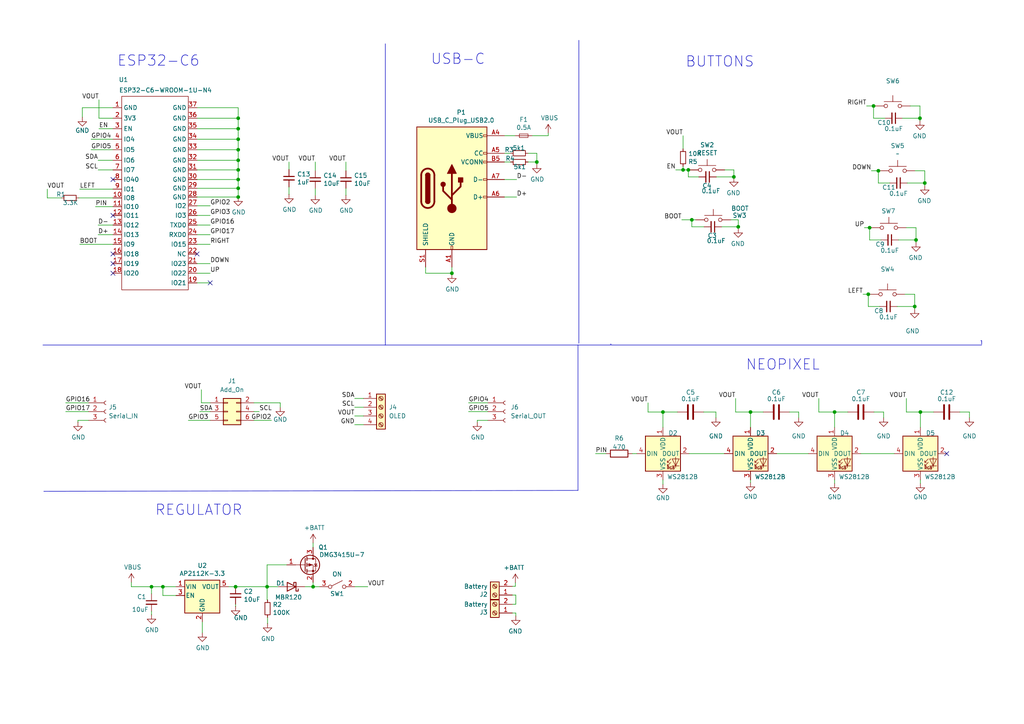
<source format=kicad_sch>
(kicad_sch (version 20231120) (generator "eeschema") (generator_version "8.0")
  (paper "A4")
  (lib_symbols
    (symbol "Connector:Conn_01x03_Socket" (pin_names (offset 1.016) hide)
      (property "Reference" "J" (at 0 5.08 0))
      (property "Value" "Conn_01x03_Socket" (at 0 -5.08 0))
      (symbol "Conn_01x03_Socket_1_1"
        (pin passive line (at -5.08 2.54 0) (length 3.81) (name "Pin_1") (number "1"))
        (pin passive line (at -5.08 0 0) (length 3.81) (name "Pin_2") (number "2"))
        (pin passive line (at -5.08 -2.54 0) (length 3.81) (name "Pin_3") (number "3"))
      )
    )
    (symbol "Connector:Screw_Terminal_01x02" (pin_names (offset 1.016) hide)
      (property "Reference" "J" (at 0 2.54 0))
      (property "Value" "Screw_Terminal_01x02" (at 0 -5.08 0))
      (symbol "Screw_Terminal_01x02_1_1"
        (pin passive line (at -5.08 0 0) (length 3.81) (name "Pin_1") (number "1"))
        (pin passive line (at -5.08 -2.54 0) (length 3.81) (name "Pin_2") (number "2"))
      )
    )
    (symbol "Connector:Screw_Terminal_01x04" (pin_names (offset 1.016) hide)
      (property "Reference" "J" (at 0 5.08 0))
      (property "Value" "Screw_Terminal_01x04" (at 0 -7.62 0))
      (symbol "Screw_Terminal_01x04_1_1"
        (pin passive line (at -5.08 2.54 0) (length 3.81) (name "Pin_1") (number "1"))
        (pin passive line (at -5.08 0 0) (length 3.81) (name "Pin_2") (number "2"))
        (pin passive line (at -5.08 -2.54 0) (length 3.81) (name "Pin_3") (number "3"))
        (pin passive line (at -5.08 -5.08 0) (length 3.81) (name "Pin_4") (number "4"))
      )
    )
    (symbol "Connector_Generic:Conn_02x03_Odd_Even" (pin_names (offset 1.016) hide)
      (property "Reference" "J" (at 1.27 5.08 0))
      (property "Value" "Conn_02x03_Odd_Even" (at 1.27 -5.08 0))
      (symbol "Conn_02x03_Odd_Even_1_1"
        (pin passive line (at -5.08 2.54 0) (length 3.81) (name "Pin_1") (number "1"))
        (pin passive line (at 7.62 2.54 180) (length 3.81) (name "Pin_2") (number "2"))
        (pin passive line (at -5.08 0 0) (length 3.81) (name "Pin_3") (number "3"))
        (pin passive line (at 7.62 0 180) (length 3.81) (name "Pin_4") (number "4"))
        (pin passive line (at -5.08 -2.54 0) (length 3.81) (name "Pin_5") (number "5"))
        (pin passive line (at 7.62 -2.54 180) (length 3.81) (name "Pin_6") (number "6"))
      )
    )
    (symbol "Device:C" (pin_numbers hide) (pin_names (offset 0.254))
      (property "Reference" "C" (at 0.635 2.54 0))
      (property "Value" "C" (at 0.635 -2.54 0))
      (symbol "C_1_1"
        (pin passive line (at 0 3.81 270) (length 2.794) (name "~") (number "1"))
        (pin passive line (at 0 -3.81 90) (length 2.794) (name "~") (number "2"))
      )
    )
    (symbol "Device:C_Small" (pin_numbers hide) (pin_names (offset 0.254) hide)
      (property "Reference" "C" (at 0.254 1.778 0))
      (property "Value" "C_Small" (at 0.254 -2.032 0))
      (symbol "C_Small_1_1"
        (pin passive line (at 0 2.54 270) (length 2.032) (name "~") (number "1"))
        (pin passive line (at 0 -2.54 90) (length 2.032) (name "~") (number "2"))
      )
    )
    (symbol "Device:Fuse_Small" (pin_numbers hide) (pin_names (offset 0.254) hide)
      (property "Reference" "F" (at 0 -1.524 0))
      (property "Value" "Fuse_Small" (at 0 1.524 0))
      (symbol "Fuse_Small_1_1"
        (pin passive line (at -2.54 0 0) (length 1.27) (name "~") (number "1"))
        (pin passive line (at 2.54 0 180) (length 1.27) (name "~") (number "2"))
      )
    )
    (symbol "Device:Q_PMOS_GSD" (pin_names (offset 0) hide)
      (property "Reference" "Q" (at 5.08 1.27 0))
      (property "Value" "Q_PMOS_GSD" (at 5.08 -1.27 0))
      (symbol "Q_PMOS_GSD_1_1"
        (pin input line (at -5.08 0 0) (length 2.54) (name "G") (number "1"))
        (pin passive line (at 2.54 -5.08 90) (length 2.54) (name "S") (number "2"))
        (pin passive line (at 2.54 5.08 270) (length 2.54) (name "D") (number "3"))
      )
    )
    (symbol "Device:R" (pin_numbers hide) (pin_names (offset 0))
      (property "Reference" "R" (at 2.032 0 90))
      (property "Value" "R" (at 0 0 90))
      (symbol "R_1_1"
        (pin passive line (at 0 3.81 270) (length 1.27) (name "~") (number "1"))
        (pin passive line (at 0 -3.81 90) (length 1.27) (name "~") (number "2"))
      )
    )
    (symbol "Device:R_Small" (pin_numbers hide) (pin_names (offset 0.254) hide)
      (property "Reference" "R" (at 0.762 0.508 0))
      (property "Value" "R_Small" (at 0.762 -1.016 0))
      (symbol "R_Small_1_1"
        (pin passive line (at 0 2.54 270) (length 0.762) (name "~") (number "1"))
        (pin passive line (at 0 -2.54 90) (length 0.762) (name "~") (number "2"))
      )
    )
    (symbol "Diode:MBR340" (pin_numbers hide) (pin_names (offset 1.016) hide)
      (property "Reference" "D" (at 0 2.54 0))
      (property "Value" "MBR340" (at 0 -2.54 0))
      (symbol "MBR340_1_1"
        (pin passive line (at -3.81 0 0) (length 2.54) (name "K") (number "1"))
        (pin passive line (at 3.81 0 180) (length 2.54) (name "A") (number "2"))
      )
    )
    (symbol "GND_11" (power) (pin_names (offset 0))
      (property "Value" "GND_11" (at 0 -3.81 0))
      (symbol "GND_11_1_1"
        (pin power_in line (at 0 0 270) (length 0) hide (name "GND") (number "1"))
      )
    )
    (symbol "GND_12" (power) (pin_names (offset 0))
      (property "Value" "GND_12" (at 0 -3.81 0))
      (symbol "GND_12_1_1"
        (pin power_in line (at 0 0 270) (length 0) hide (name "GND") (number "1"))
      )
    )
    (symbol "GND_13" (power) (pin_names (offset 0))
      (property "Value" "GND_13" (at 0 -3.81 0))
      (symbol "GND_13_1_1"
        (pin power_in line (at 0 0 270) (length 0) hide (name "GND") (number "1"))
      )
    )
    (symbol "GND_14" (power) (pin_names (offset 0))
      (property "Value" "GND_14" (at 0 -3.81 0))
      (symbol "GND_14_1_1"
        (pin power_in line (at 0 0 270) (length 0) hide (name "GND") (number "1"))
      )
    )
    (symbol "GND_15" (power) (pin_names (offset 0))
      (property "Value" "GND_15" (at 0 -3.81 0))
      (symbol "GND_15_1_1"
        (pin power_in line (at 0 0 270) (length 0) hide (name "GND") (number "1"))
      )
    )
    (symbol "GND_16" (power) (pin_names (offset 0))
      (property "Value" "GND_16" (at 0 -3.81 0))
      (symbol "GND_16_1_1"
        (pin power_in line (at 0 0 270) (length 0) hide (name "GND") (number "1"))
      )
    )
    (symbol "HunterCat-NFC-rescue:AP2112K-3.3-Regulator_Linear" (pin_names (offset 0.254))
      (property "Reference" "U" (at -5.08 5.715 0))
      (property "Value" "AP2112K-3.3-Regulator_Linear" (at 0 5.715 0))
      (symbol "AP2112K-3.3-Regulator_Linear_1_1"
        (pin power_in line (at -7.62 2.54 0) (length 2.54) (name "VIN") (number "1"))
        (pin power_in line (at 0 -7.62 90) (length 2.54) (name "GND") (number "2"))
        (pin input line (at -7.62 0 0) (length 2.54) (name "EN") (number "3"))
        (pin no_connect line (at 7.62 0 180) (length 2.54) hide (name "NC") (number "4"))
        (pin power_out line (at 7.62 2.54 180) (length 2.54) (name "VOUT") (number "5"))
      )
    )
    (symbol "HunterCat-NFC-rescue:USB_C_Plug_USB2.0-Connector" (pin_names (offset 1.016))
      (property "Reference" "P" (at -10.16 19.05 0))
      (property "Value" "USB_C_Plug_USB2.0-Connector" (at 12.7 19.05 0))
      (symbol "USB_C_Plug_USB2.0-Connector_1_1"
        (pin power_in line (at 0 -22.86 90) (length 5.08) (name "GND") (number "A1"))
        (pin passive line (at 0 -22.86 90) (length 5.08) hide (name "GND") (number "A12"))
        (pin power_in line (at 15.24 15.24 180) (length 5.08) (name "VBUS") (number "A4"))
        (pin bidirectional line (at 15.24 10.16 180) (length 5.08) (name "CC") (number "A5"))
        (pin bidirectional line (at 15.24 -2.54 180) (length 5.08) (name "D+") (number "A6"))
        (pin bidirectional line (at 15.24 2.54 180) (length 5.08) (name "D-") (number "A7"))
        (pin passive line (at 15.24 15.24 180) (length 5.08) hide (name "VBUS") (number "A9"))
        (pin passive line (at 0 -22.86 90) (length 5.08) hide (name "GND") (number "B1"))
        (pin passive line (at 0 -22.86 90) (length 5.08) hide (name "GND") (number "B12"))
        (pin passive line (at 15.24 15.24 180) (length 5.08) hide (name "VBUS") (number "B4"))
        (pin bidirectional line (at 15.24 7.62 180) (length 5.08) (name "VCONN") (number "B5"))
        (pin passive line (at 15.24 15.24 180) (length 5.08) hide (name "VBUS") (number "B9"))
        (pin passive line (at -7.62 -22.86 90) (length 5.08) (name "SHIELD") (number "S1"))
      )
    )
    (symbol "LED:WS2812B" (pin_names (offset 0.254))
      (property "Reference" "D" (at 5.08 5.715 0))
      (property "Value" "WS2812B" (at 1.27 -5.715 0))
      (symbol "WS2812B_0_0"
        (text "RGB" (at 2.286 -4.191 0) (effects (font (size 0.762 0.762))))
      )
      (symbol "WS2812B_1_1"
        (pin power_in line (at 0 7.62 270) (length 2.54) (name "VDD") (number "1"))
        (pin output line (at 7.62 0 180) (length 2.54) (name "DOUT") (number "2"))
        (pin power_in line (at 0 -7.62 90) (length 2.54) (name "VSS") (number "3"))
        (pin input line (at -7.62 0 0) (length 2.54) (name "DIN") (number "4"))
      )
    )
    (symbol "Minino:ESP32-C6-WROOM-1U-N8"
      (property "Reference" "U4" (at -7.874 29.464 0))
      (property "Value" "~" (at 14.224 14.478 0))
      (symbol "ESP32-C6-WROOM-1U-N8_0_0"
        (text "" (at -20.32 -5.08 0) (effects (font (size 1.27 1.27))))
      )
      (symbol "ESP32-C6-WROOM-1U-N8_1_1"
        (pin power_in line (at -12.192 23.622 0) (length 2.54) (name "GND") (number "1"))
        (pin bidirectional line (at -12.192 -2.54 0) (length 2.54) (name "IO8") (number "10"))
        (pin bidirectional line (at -12.192 -5.08 0) (length 2.54) (name "IO10") (number "11"))
        (pin bidirectional line (at -12.192 -7.62 0) (length 2.54) (name "IO11") (number "12"))
        (pin bidirectional line (at -12.192 -10.414 0) (length 2.54) (name "IO12") (number "13"))
        (pin bidirectional line (at -12.192 -13.208 0) (length 2.54) (name "IO13") (number "14"))
        (pin bidirectional line (at -12.192 -16.002 0) (length 2.54) (name "IO9") (number "15"))
        (pin bidirectional line (at -12.192 -18.796 0) (length 2.54) (name "IO18") (number "16"))
        (pin bidirectional line (at -12.192 -21.59 0) (length 2.54) (name "IO19") (number "17"))
        (pin bidirectional line (at -12.192 -24.384 0) (length 2.54) (name "IO20") (number "18"))
        (pin bidirectional line (at 12.192 -27.178 180) (length 2.54) (name "IO21") (number "19"))
        (pin power_in line (at -12.192 20.574 0) (length 2.54) (name "3V3") (number "2"))
        (pin bidirectional line (at 12.192 -24.384 180) (length 2.54) (name "IO22") (number "20"))
        (pin bidirectional line (at 12.192 -21.59 180) (length 2.54) (name "IO23") (number "21"))
        (pin bidirectional line (at 12.192 -18.796 180) (length 2.54) (name "NC") (number "22"))
        (pin power_in line (at 12.192 -16.002 180) (length 2.54) (name "IO15") (number "23"))
        (pin bidirectional line (at 12.192 -13.208 180) (length 2.54) (name "RXD0") (number "24"))
        (pin bidirectional line (at 12.192 -10.414 180) (length 2.54) (name "TXD0") (number "25"))
        (pin bidirectional line (at 12.192 -7.62 180) (length 2.54) (name "IO3") (number "26"))
        (pin bidirectional line (at 12.192 -4.826 180) (length 2.54) (name "IO2") (number "27"))
        (pin power_in line (at 12.192 -2.286 180) (length 2.54) (name "GND") (number "28"))
        (pin power_in line (at 12.192 0.254 180) (length 2.54) (name "GND") (number "29"))
        (pin power_in line (at -12.192 17.526 0) (length 2.54) (name "EN") (number "3"))
        (pin power_in line (at 12.192 2.794 180) (length 2.54) (name "GND") (number "30"))
        (pin power_in line (at 12.192 5.588 180) (length 2.54) (name "GND") (number "31"))
        (pin power_in line (at 12.192 8.382 180) (length 2.54) (name "GND") (number "32"))
        (pin power_in line (at 12.192 11.43 180) (length 2.54) (name "GND") (number "33"))
        (pin power_in line (at 12.192 14.478 180) (length 2.54) (name "GND") (number "34"))
        (pin power_in line (at 12.192 17.526 180) (length 2.54) (name "GND") (number "35"))
        (pin power_in line (at 12.192 20.574 180) (length 2.54) (name "GND") (number "36"))
        (pin power_in line (at 12.192 23.622 180) (length 2.54) (name "GND") (number "37"))
        (pin bidirectional line (at -12.192 14.478 0) (length 2.54) (name "IO4") (number "4"))
        (pin bidirectional line (at -12.192 11.43 0) (length 2.54) (name "IO5") (number "5"))
        (pin bidirectional line (at -12.192 8.382 0) (length 2.54) (name "IO6") (number "6"))
        (pin bidirectional line (at -12.192 5.588 0) (length 2.54) (name "IO7") (number "7"))
        (pin bidirectional line (at -12.192 2.794 0) (length 2.54) (name "IO40") (number "8"))
        (pin bidirectional line (at -12.192 0 0) (length 2.54) (name "IO1") (number "9"))
      )
    )
    (symbol "Switch:SW_Push" (pin_numbers hide) (pin_names (offset 1.016) hide)
      (property "Reference" "SW" (at 1.27 2.54 0))
      (property "Value" "SW_Push" (at 0 -1.524 0))
      (symbol "SW_Push_0_1"
        (pin passive line (at -5.08 0 0) (length 2.54) (name "1") (number "1"))
        (pin passive line (at 5.08 0 180) (length 2.54) (name "2") (number "2"))
      )
    )
    (symbol "Switch:SW_SPST" (pin_names (offset 0) hide)
      (property "Reference" "SW1" (at 0 -2.032 0))
      (property "Value" "ON" (at 0 3.6576 0))
      (symbol "SW_SPST_1_1"
        (pin passive line (at 5.08 0 180) (length 2.54) (name "B") (number "2"))
        (pin passive line (at -5.08 0 0) (length 2.54) (name "A") (number "3"))
      )
    )
    (symbol "power:+BATT" (power) (pin_names (offset 0))
      (property "Value" "+BATT" (at 0 3.556 0))
      (symbol "+BATT_1_1"
        (pin power_in line (at 0 0 90) (length 0) hide (name "+BATT") (number "1"))
      )
    )
    (symbol "power:GND" (power) (pin_numbers hide) (pin_names (offset 0) hide)
      (property "Value" "GND" (at 0 -3.81 0))
      (symbol "GND_1_1"
        (pin power_in line (at 0 0 270) (length 0) (name "~") (number "1"))
      )
    )
    (symbol "power:VBUS" (power) (pin_names (offset 0))
      (property "Value" "VBUS" (at 0 3.81 0))
      (symbol "VBUS_1_1"
        (pin power_in line (at 0 0 90) (length 0) hide (name "VBUS") (number "1"))
      )
    )
  )
  (junction (at 69.088 52.07))
  (junction (at 69.088 37.338))
  (junction (at 214.122 65.786))
  (junction (at 131.064 79.248))
  (junction (at 69.088 46.482))
  (junction (at 254.762 49.53))
  (junction (at 251.841 85.344))
  (junction (at 252.222 66.04))
  (junction (at 68.326 170.18))
  (junction (at 199.644 49.276))
  (junction (at 69.088 34.29))
  (junction (at 242.062 119.507))
  (junction (at 47.244 170.18))
  (junction (at 266.954 119.507))
  (junction (at 265.684 69.596))
  (junction (at 198.12 49.276))
  (junction (at 266.827 34.29))
  (junction (at 69.088 40.386))
  (junction (at 200.66 63.754))
  (junction (at 90.805 170.18))
  (junction (at 268.224 53.086))
  (junction (at 192.278 119.507))
  (junction (at 155.702 46.99))
  (junction (at 217.678 119.507))
  (junction (at 265.303 88.9))
  (junction (at 43.942 170.18))
  (junction (at 69.088 43.434))
  (junction (at 69.088 54.61))
  (junction (at 253.365 30.734))
  (junction (at 69.088 49.276))
  (junction (at 77.47 170.18))
  (junction (at 69.088 57.15))
  (junction (at 212.852 51.308))
  (no_connect (at 32.766 73.66))
  (no_connect (at 32.766 76.454))
  (no_connect (at 32.766 62.484))
  (no_connect (at 57.15 73.66))
  (no_connect (at 32.766 79.248))
  (no_connect (at 274.574 131.572))
  (no_connect (at 32.766 52.07))
  (no_connect (at 60.96 82.042))
  (wire (pts (xy 252.222 66.04) (xy 250.698 66.04)))
  (wire (pts (xy 212.852 49.276) (xy 212.852 51.308)))
  (wire (pts (xy 149.606 172.593) (xy 149.606 175.26)))
  (wire (pts (xy 281.178 119.507) (xy 278.384 119.507)))
  (polyline (pts (xy 12.7 142.494) (xy 167.64 142.24)))
  (wire (pts (xy 27.686 59.944) (xy 32.766 59.944)))
  (wire (pts (xy 266.954 139.192) (xy 266.954 140.208)))
  (wire (pts (xy 138.43 121.92) (xy 141.478 121.92)))
  (wire (pts (xy 22.606 122.428) (xy 22.606 121.92)))
  (wire (pts (xy 153.162 44.45) (xy 155.702 44.45)))
  (wire (pts (xy 81.28 116.84) (xy 73.66 116.84)))
  (wire (pts (xy 105.41 115.57) (xy 102.87 115.57)))
  (polyline (pts (xy 111.76 12.7) (xy 111.76 100.076)))
  (wire (pts (xy 266.827 30.734) (xy 266.827 34.29)))
  (wire (pts (xy 57.15 46.482) (xy 69.088 46.482)))
  (wire (pts (xy 19.05 119.38) (xy 25.654 119.38)))
  (wire (pts (xy 268.224 53.086) (xy 268.224 53.848)))
  (polyline (pts (xy 167.894 11.684) (xy 167.894 99.568)))
  (wire (pts (xy 154.432 39.37) (xy 159.004 39.37)))
  (wire (pts (xy 57.15 43.434) (xy 69.088 43.434)))
  (wire (pts (xy 256.286 119.507) (xy 253.492 119.507)))
  (wire (pts (xy 217.678 119.507) (xy 217.678 123.952)))
  (wire (pts (xy 58.42 116.84) (xy 60.96 116.84)))
  (wire (pts (xy 77.47 170.18) (xy 77.47 163.83)))
  (wire (pts (xy 69.088 49.276) (xy 69.088 52.07)))
  (wire (pts (xy 80.772 170.18) (xy 77.47 170.18)))
  (wire (pts (xy 251.841 88.9) (xy 251.841 85.344)))
  (wire (pts (xy 253.873 30.734) (xy 253.365 30.734)))
  (wire (pts (xy 22.86 57.404) (xy 32.766 57.404)))
  (wire (pts (xy 200.66 63.754) (xy 197.739 63.754)))
  (wire (pts (xy 225.298 131.572) (xy 234.442 131.572)))
  (wire (pts (xy 264.033 30.734) (xy 266.827 30.734)))
  (wire (pts (xy 22.606 121.92) (xy 25.654 121.92)))
  (wire (pts (xy 148.59 172.593) (xy 149.606 172.593)))
  (wire (pts (xy 159.004 39.37) (xy 159.004 38.608)))
  (wire (pts (xy 266.954 119.507) (xy 266.954 123.952)))
  (wire (pts (xy 146.304 39.37) (xy 149.352 39.37)))
  (wire (pts (xy 32.766 37.338) (xy 28.702 37.338)))
  (wire (pts (xy 43.942 170.18) (xy 47.244 170.18)))
  (wire (pts (xy 57.15 37.338) (xy 69.088 37.338)))
  (wire (pts (xy 69.088 34.29) (xy 69.088 37.338)))
  (wire (pts (xy 268.224 53.086) (xy 263.144 53.086)))
  (wire (pts (xy 266.827 34.29) (xy 266.827 35.052)))
  (wire (pts (xy 43.942 177.292) (xy 43.942 178.308)))
  (wire (pts (xy 146.304 52.07) (xy 149.86 52.07)))
  (wire (pts (xy 249.682 131.572) (xy 259.334 131.572)))
  (wire (pts (xy 57.15 40.386) (xy 69.088 40.386)))
  (wire (pts (xy 123.444 77.47) (xy 123.444 79.248)))
  (wire (pts (xy 23.114 54.864) (xy 32.766 54.864)))
  (wire (pts (xy 211.963 63.754) (xy 214.122 63.754)))
  (wire (pts (xy 199.644 51.308) (xy 199.644 49.276)))
  (wire (pts (xy 123.444 79.248) (xy 131.064 79.248)))
  (wire (pts (xy 155.702 44.45) (xy 155.702 46.99)))
  (wire (pts (xy 265.303 88.9) (xy 265.303 89.662)))
  (wire (pts (xy 207.645 121.158) (xy 207.645 119.507)))
  (wire (pts (xy 199.644 49.276) (xy 198.12 49.276)))
  (wire (pts (xy 200.025 49.276) (xy 199.644 49.276)))
  (wire (pts (xy 13.716 57.404) (xy 17.78 57.404)))
  (wire (pts (xy 57.15 52.07) (xy 69.088 52.07)))
  (wire (pts (xy 60.96 68.072) (xy 57.15 68.072)))
  (wire (pts (xy 204.216 65.786) (xy 200.66 65.786)))
  (wire (pts (xy 255.524 69.596) (xy 252.222 69.596)))
  (wire (pts (xy 28.702 28.956) (xy 28.702 34.29)))
  (wire (pts (xy 77.597 179.07) (xy 77.597 180.848)))
  (wire (pts (xy 23.114 70.866) (xy 32.766 70.866)))
  (wire (pts (xy 57.15 31.242) (xy 69.088 31.242)))
  (wire (pts (xy 57.15 49.276) (xy 69.088 49.276)))
  (wire (pts (xy 256.667 34.29) (xy 253.365 34.29)))
  (wire (pts (xy 47.244 172.72) (xy 51.054 172.72)))
  (wire (pts (xy 57.15 54.61) (xy 69.088 54.61)))
  (wire (pts (xy 198.12 48.26) (xy 198.12 49.276)))
  (wire (pts (xy 265.303 85.344) (xy 265.303 88.9)))
  (wire (pts (xy 69.088 54.61) (xy 69.088 57.15)))
  (wire (pts (xy 217.678 119.507) (xy 221.361 119.507)))
  (wire (pts (xy 281.178 121.158) (xy 281.178 119.507)))
  (wire (pts (xy 28.448 65.278) (xy 32.766 65.278)))
  (wire (pts (xy 26.416 43.434) (xy 32.766 43.434)))
  (polyline (pts (xy 167.64 142.24) (xy 167.64 100.076)))
  (wire (pts (xy 60.96 76.454) (xy 57.15 76.454)))
  (wire (pts (xy 38.1 170.18) (xy 43.942 170.18)))
  (wire (pts (xy 255.143 88.9) (xy 251.841 88.9)))
  (wire (pts (xy 146.304 57.15) (xy 149.86 57.15)))
  (wire (pts (xy 212.852 51.308) (xy 207.772 51.308)))
  (wire (pts (xy 265.684 66.04) (xy 265.684 69.596)))
  (wire (pts (xy 252.349 85.344) (xy 251.841 85.344)))
  (wire (pts (xy 68.326 170.18) (xy 77.47 170.18)))
  (wire (pts (xy 28.448 68.072) (xy 32.766 68.072)))
  (wire (pts (xy 57.15 57.15) (xy 69.088 57.15)))
  (wire (pts (xy 38.1 170.18) (xy 38.1 168.91)))
  (wire (pts (xy 135.89 116.84) (xy 141.478 116.84)))
  (wire (pts (xy 77.47 173.99) (xy 77.597 173.99)))
  (wire (pts (xy 192.278 119.507) (xy 196.469 119.507)))
  (polyline (pts (xy 12.446 100.076) (xy 284.734 100.076)))
  (wire (pts (xy 192.278 119.507) (xy 192.278 123.952)))
  (wire (pts (xy 148.59 175.26) (xy 149.606 175.26)))
  (wire (pts (xy 266.954 119.507) (xy 270.764 119.507)))
  (wire (pts (xy 252.222 69.596) (xy 252.222 66.04)))
  (wire (pts (xy 138.43 122.428) (xy 138.43 121.92)))
  (wire (pts (xy 213.36 115.57) (xy 213.36 119.507)))
  (wire (pts (xy 210.185 49.276) (xy 212.852 49.276)))
  (wire (pts (xy 69.088 40.386) (xy 69.088 43.434)))
  (wire (pts (xy 153.162 46.99) (xy 155.702 46.99)))
  (wire (pts (xy 60.96 65.278) (xy 57.15 65.278)))
  (wire (pts (xy 187.96 116.84) (xy 187.96 119.507)))
  (wire (pts (xy 57.15 79.248) (xy 60.96 79.248)))
  (wire (pts (xy 253.365 30.734) (xy 251.333 30.734)))
  (wire (pts (xy 265.43 49.53) (xy 268.224 49.53)))
  (wire (pts (xy 77.47 163.83) (xy 83.185 163.83)))
  (wire (pts (xy 175.768 131.572) (xy 172.72 131.572)))
  (wire (pts (xy 47.244 170.18) (xy 51.054 170.18)))
  (wire (pts (xy 135.89 119.38) (xy 141.478 119.38)))
  (wire (pts (xy 90.805 168.91) (xy 90.805 170.18)))
  (wire (pts (xy 262.89 66.04) (xy 265.684 66.04)))
  (wire (pts (xy 202.692 51.308) (xy 199.644 51.308)))
  (wire (pts (xy 69.088 46.482) (xy 69.088 49.276)))
  (wire (pts (xy 28.702 34.29) (xy 32.766 34.29)))
  (wire (pts (xy 58.674 180.34) (xy 58.674 183.515)))
  (wire (pts (xy 47.244 172.72) (xy 47.244 170.18)))
  (wire (pts (xy 106.68 170.18) (xy 102.87 170.18)))
  (wire (pts (xy 266.827 34.29) (xy 261.747 34.29)))
  (wire (pts (xy 201.803 63.754) (xy 200.66 63.754)))
  (wire (pts (xy 26.416 40.386) (xy 32.766 40.386)))
  (wire (pts (xy 256.286 121.158) (xy 256.286 119.507)))
  (wire (pts (xy 217.678 139.954) (xy 217.678 139.192)))
  (wire (pts (xy 242.062 119.507) (xy 242.062 123.952)))
  (wire (pts (xy 77.47 170.18) (xy 77.47 173.99)))
  (wire (pts (xy 69.088 43.434) (xy 69.088 46.482)))
  (wire (pts (xy 252.73 66.04) (xy 252.222 66.04)))
  (wire (pts (xy 54.61 121.92) (xy 60.96 121.92)))
  (wire (pts (xy 200.66 65.786) (xy 200.66 63.754)))
  (wire (pts (xy 237.49 119.507) (xy 242.062 119.507)))
  (wire (pts (xy 254.762 53.086) (xy 254.762 49.53)))
  (wire (pts (xy 255.27 49.53) (xy 254.762 49.53)))
  (wire (pts (xy 207.645 119.507) (xy 204.089 119.507)))
  (wire (pts (xy 57.15 59.69) (xy 60.96 59.69)))
  (wire (pts (xy 43.942 172.212) (xy 43.942 170.18)))
  (wire (pts (xy 146.304 46.99) (xy 148.082 46.99)))
  (wire (pts (xy 213.36 119.507) (xy 217.678 119.507)))
  (wire (pts (xy 28.448 49.276) (xy 32.766 49.276)))
  (wire (pts (xy 242.062 119.507) (xy 245.872 119.507)))
  (wire (pts (xy 231.648 119.507) (xy 228.981 119.507)))
  (polyline (pts (xy 284.48 98.806) (xy 284.734 98.806)))
  (wire (pts (xy 212.852 51.308) (xy 212.852 51.562)))
  (wire (pts (xy 198.12 49.276) (xy 195.9864 49.276)))
  (wire (pts (xy 105.41 123.19) (xy 102.87 123.19)))
  (wire (pts (xy 265.303 88.9) (xy 260.223 88.9)))
  (wire (pts (xy 83.82 46.99) (xy 83.82 49.149)))
  (wire (pts (xy 57.15 62.484) (xy 60.96 62.484)))
  (wire (pts (xy 199.898 131.572) (xy 210.058 131.572)))
  (wire (pts (xy 60.96 70.866) (xy 57.15 70.866)))
  (wire (pts (xy 90.805 170.18) (xy 88.392 170.18)))
  (wire (pts (xy 28.448 46.482) (xy 32.766 46.482)))
  (wire (pts (xy 91.44 54.61) (xy 91.44 56.642)))
  (wire (pts (xy 242.062 139.192) (xy 242.062 140.208)))
  (wire (pts (xy 262.89 115.57) (xy 262.89 119.507)))
  (wire (pts (xy 69.088 52.07) (xy 69.088 54.61)))
  (wire (pts (xy 81.28 118.11) (xy 81.28 116.84)))
  (wire (pts (xy 149.479 170.053) (xy 149.479 169.037)))
  (polyline (pts (xy 177.292 99.822) (xy 177.038 99.822)))
  (wire (pts (xy 78.74 121.92) (xy 73.66 121.92)))
  (wire (pts (xy 253.365 34.29) (xy 253.365 30.734)))
  (wire (pts (xy 131.064 79.248) (xy 131.064 79.502)))
  (wire (pts (xy 73.66 119.38) (xy 75.184 119.38)))
  (wire (pts (xy 58.42 113.03) (xy 58.42 116.84)))
  (wire (pts (xy 265.684 69.596) (xy 265.684 70.358)))
  (wire (pts (xy 183.388 131.572) (xy 184.658 131.572)))
  (wire (pts (xy 268.224 49.53) (xy 268.224 53.086)))
  (wire (pts (xy 66.294 170.18) (xy 68.326 170.18)))
  (wire (pts (xy 69.088 37.338) (xy 69.088 40.386)))
  (wire (pts (xy 155.702 46.99) (xy 155.702 47.625)))
  (wire (pts (xy 100.33 54.61) (xy 100.33 56.642)))
  (wire (pts (xy 149.606 177.8) (xy 149.606 178.689)))
  (wire (pts (xy 69.088 31.242) (xy 69.088 34.29)))
  (wire (pts (xy 258.064 53.086) (xy 254.762 53.086)))
  (wire (pts (xy 192.278 140.462) (xy 192.278 139.192)))
  (wire (pts (xy 237.49 115.57) (xy 237.49 119.507)))
  (polyline (pts (xy 284.734 99.314) (xy 284.734 99.822)))
  (wire (pts (xy 231.648 121.158) (xy 231.648 119.507)))
  (wire (pts (xy 91.44 46.99) (xy 91.44 49.53)))
  (wire (pts (xy 254.762 49.53) (xy 252.73 49.53)))
  (wire (pts (xy 262.89 119.507) (xy 266.954 119.507)))
  (wire (pts (xy 146.304 44.45) (xy 148.082 44.45)))
  (wire (pts (xy 19.05 116.84) (xy 25.654 116.84)))
  (wire (pts (xy 68.326 175.26) (xy 68.326 175.895)))
  (wire (pts (xy 57.912 119.38) (xy 60.96 119.38)))
  (wire (pts (xy 148.59 177.8) (xy 149.606 177.8)))
  (wire (pts (xy 105.41 118.11) (xy 102.87 118.11)))
  (wire (pts (xy 100.33 46.99) (xy 100.33 49.53)))
  (wire (pts (xy 32.766 31.242) (xy 23.876 31.242)))
  (wire (pts (xy 23.876 31.242) (xy 23.876 34.036)))
  (polyline (pts (xy 284.734 99.314) (xy 284.734 98.806)))
  (wire (pts (xy 214.122 65.786) (xy 209.296 65.786)))
  (wire (pts (xy 83.82 54.229) (xy 83.82 56.388)))
  (wire (pts (xy 90.805 158.75) (xy 90.805 157.48)))
  (wire (pts (xy 60.96 82.042) (xy 57.15 82.042)))
  (wire (pts (xy 57.15 34.29) (xy 69.088 34.29)))
  (wire (pts (xy 198.12 39.37) (xy 198.12 43.18)))
  (wire (pts (xy 265.684 69.596) (xy 260.604 69.596)))
  (wire (pts (xy 214.122 65.786) (xy 214.122 66.294)))
  (wire (pts (xy 131.064 77.47) (xy 131.064 79.248)))
  (wire (pts (xy 13.716 54.864) (xy 13.716 57.404)))
  (wire (pts (xy 92.71 170.18) (xy 90.805 170.18)))
  (wire (pts (xy 251.841 85.344) (xy 250.317 85.344)))
  (wire (pts (xy 148.59 170.053) (xy 149.479 170.053)))
  (wire (pts (xy 262.509 85.344) (xy 265.303 85.344)))
  (wire (pts (xy 187.96 119.507) (xy 192.278 119.507)))
  (wire (pts (xy 214.122 63.754) (xy 214.122 65.786)))
  (wire (pts (xy 105.41 120.65) (xy 102.87 120.65)))
  (text "USB-C" (at 132.842 17.272 0) (effects (font (size 3 3))))
  (text "NEOPIXEL" (at 227.076 105.918 0) (effects (font (size 3 3))))
  (text "BUTTONS" (at 208.788 18.034 0) (effects (font (size 3 3))))
  (text "ESP32-C6" (at 45.974 17.78 0) (effects (font (size 3 3))))
  (text "REGULATOR" (at 57.658 148.082 0) (effects (font (size 3 3))))
  (label "GPIO17" (at 19.05 119.38 0))
  (label "EN" (at 195.9864 49.276 180))
  (label "GPIO3" (at 54.61 121.92 0))
  (label "GPIO5" (at 26.416 43.434 0))
  (label "VOUT" (at 187.96 116.84 180))
  (label "VOUT" (at 28.702 28.956 180))
  (label "VOUT" (at 213.36 115.57 180))
  (label "VOUT" (at 91.44 46.99 180))
  (label "PIN" (at 27.686 59.944 0))
  (label "GPIO4" (at 135.89 116.84 0))
  (label "SDA" (at 57.912 119.38 0))
  (label "PIN" (at 172.72 131.572 0))
  (label "SDA" (at 28.448 46.482 180))
  (label "VOUT" (at 13.716 54.864 0))
  (label "VOUT" (at 237.49 115.57 180))
  (label "GPIO4" (at 26.416 40.386 0))
  (label "VOUT" (at 100.33 46.99 180))
  (label "D-" (at 28.448 65.278 0))
  (label "VOUT" (at 262.89 115.57 180))
  (label "DOWN" (at 252.73 49.53 180))
  (label "DOWN" (at 60.96 76.454 0))
  (label "VOUT" (at 106.68 170.18 0))
  (label "GPIO2" (at 60.96 59.69 0))
  (label "D+" (at 28.448 68.072 0))
  (label "LEFT" (at 23.114 54.864 0))
  (label "SCL" (at 28.448 49.276 180))
  (label "UP" (at 60.96 79.248 0))
  (label "SDA" (at 102.87 115.57 180))
  (label "GND" (at 102.87 123.19 180))
  (label "GPIO2" (at 78.74 121.92 180))
  (label "VOUT" (at 58.42 113.03 180))
  (label "UP" (at 250.698 66.04 180))
  (label "BOOT" (at 23.114 70.866 0))
  (label "VOUT" (at 83.82 46.99 180))
  (label "LEFT" (at 250.317 85.344 180))
  (label "GPIO5" (at 135.89 119.38 0))
  (label "D+" (at 149.86 57.15 0))
  (label "EN" (at 28.702 37.338 0))
  (label "VOUT" (at 102.87 120.65 180))
  (label "GPIO3" (at 60.96 62.484 0))
  (label "SCL" (at 75.184 119.38 0))
  (label "RIGHT" (at 251.333 30.734 180))
  (label "BOOT" (at 197.739 63.754 180))
  (label "GPIO16" (at 19.05 116.84 0))
  (label "GPIO17" (at 60.96 68.072 0))
  (label "SCL" (at 102.87 118.11 180))
  (label "RIGHT" (at 60.96 70.866 0))
  (label "VOUT" (at 198.12 39.37 180))
  (label "D-" (at 149.86 52.07 0))
  (label "GPIO16" (at 60.96 65.278 0))
  (symbol (lib_id "Connector:Screw_Terminal_01x02") (at 143.51 177.8 180) (unit 1)
    (property "Reference" "J3" (at 141.478 177.5968 0) (effects (justify left)))
    (property "Value" "Battery" (at 141.478 175.2854 0) (effects (justify left)))
    (property "Footprint" "Community:BATT_8BH-AA-A1AJ020_MYG" (effects (hide yes)))
    (property "LCSC#" "C5290193" (effects (hide yes)))
    (property "manf#" "-" (effects (hide yes)))
    (property "provedor" "-" (effects (hide yes)))
  )
  (symbol (lib_id "Device:C_Small") (at 100.33 52.07 0) (unit 1)
    (property "Reference" "C15" (at 102.6668 50.9016 0) (effects (justify left)))
    (property "Value" "10uF" (at 102.6668 53.213 0) (effects (justify left)))
    (property "Footprint" "Capacitor_SMD:C_0603_1608Metric" (effects (hide yes)))
    (property "LCSC#" "C85713" (effects (hide yes)))
  )
  (symbol (lib_id "power:GND") (at 77.597 180.848 0) (unit 1)
    (property "Reference" "#PWR03" (effects (hide yes)))
    (property "Value" "GND" (at 77.724 185.2422 0))
  )
  (symbol (lib_id "Device:R_Small") (at 150.622 46.99 270) (unit 1)
    (property "Reference" "R4" (at 147.955 45.974 90))
    (property "Value" "5k1" (at 150.749 48.387 90))
    (property "Footprint" "Resistor_SMD:R_0603_1608Metric" (effects (hide yes)))
    (property "Datasheet" "https://datasheet.lcsc.com/lcsc/1810170519_PANASONIC-ERJ3RBD5101V_C191782.pdf" (effects (hide yes)))
    (property "manf#" "ERJ3RBD5101V" (effects (hide yes)))
    (property "LCSC#" "C191782" (effects (hide yes)))
    (property "provedor" "LCSC" (effects (hide yes)))
  )
  (symbol (lib_id "HunterCat-NFC-rescue:USB_C_Plug_USB2.0-Connector") (at 131.064 54.61 0) (unit 1)
    (property "Reference" "P1" (at 133.7818 32.5882 0))
    (property "Value" "USB_C_Plug_USB2.0" (at 133.7818 34.8996 0))
    (property "Footprint" "bsides:C393939" (effects (hide yes)))
    (property "Datasheet" "https://datasheet.lcsc.com/lcsc/2108132030_Korean-Hroparts-Elec-TYPE-C-31-M-31_C2760486.pdf" (effects (hide yes)))
    (property "manf#" "TYPE-C-31-M-31" (effects (hide yes)))
    (property "LCSC#" "C2987386" (effects (hide yes)))
    (property "provedor" "LCSC" (effects (hide yes)))
  )
  (symbol (lib_id "power:GND") (at 212.852 51.562 0) (mirror y) (unit 1)
    (property "Reference" "#PWR020" (effects (hide yes)))
    (property "Value" "GND" (at 212.725 55.9562 0))
  )
  (symbol (lib_id "Device:C_Small") (at 259.207 34.29 270) (mirror x) (unit 1)
    (property "Reference" "C10" (at 256.413 35.56 90))
    (property "Value" "0.1uF" (at 259.207 37.338 90))
    (property "Footprint" "Capacitor_SMD:C_0603_1608Metric" (effects (hide yes)))
    (property "Description" "Unpolarized capacitor, small symbol" (effects (hide yes)))
  )
  (symbol (lib_name "GND_13") (lib_id "power:GND") (at 242.062 140.208 0) (unit 1)
    (property "Reference" "#PWR028" (effects (hide yes)))
    (property "Value" "GND" (at 242.062 144.145 0))
  )
  (symbol (lib_id "LED:WS2812B") (at 217.678 131.572 0) (unit 1)
    (property "Reference" "D3" (at 220.599 125.603 0))
    (property "Value" "WS2812B" (at 223.393 138.303 0))
    (property "Footprint" "LED_SMD:LED_WS2812B-Mini_PLCC4_3.5x3.5mm" (effects (hide yes)))
    (property "Datasheet" "https://datasheet.lcsc.com/lcsc/2005251033_Worldsemi-WS2812B-Mini_C527089.pdf" (effects (hide yes)))
    (property "LCSC#" "C527089" (effects (hide yes)))
    (property "Proveedor" "LCSC" (effects (hide yes)))
    (property "manf#" "WS2812B-Mini" (effects (hide yes)))
  )
  (symbol (lib_id "Switch:SW_SPST") (at 97.79 170.18 0) (unit 1)
    (property "Reference" "SW1" (at 97.79 172.212 0))
    (property "Value" "ON" (at 97.79 166.5224 0))
    (property "Footprint" "bsides:MSK12C02" (effects (hide yes)))
    (property "Datasheet" "https://www.mouser.mx/datasheet/2/60/js-1841892.pdf" (effects (hide yes)))
    (property "LCSC#" "-" (effects (hide yes)))
    (property "manf#" "JS102011SAQN" (effects (hide yes)))
    (property "provedor" "MOUSER" (effects (hide yes)))
  )
  (symbol (lib_name "GND_14") (lib_id "power:GND") (at 281.178 121.158 0) (unit 1)
    (property "Reference" "#PWR036" (effects (hide yes)))
    (property "Value" "GND" (at 281.178 126.492 0))
  )
  (symbol (lib_id "Connector:Screw_Terminal_01x04") (at 110.49 118.11 0) (unit 1)
    (property "Reference" "J4" (at 112.776 118.1099 0) (effects (justify left)))
    (property "Value" "OLED" (at 112.776 120.6499 0) (effects (justify left)))
    (property "Footprint" "bsides:Display OLED 128 x32" (effects (hide yes)))
    (property "manf#" "Display OLED 128×32 0.91 I2C SSD1306 Blanco / Azul" (effects (hide yes)))
    (property "provedor" "UNIT Electronics" (effects (hide yes)))
  )
  (symbol (lib_id "Device:Fuse_Small") (at 151.892 39.37 0) (unit 1)
    (property "Reference" "F1" (at 151.892 34.671 0))
    (property "Value" "0.5A" (at 151.892 36.9824 0))
    (property "Footprint" "Fuse:Fuse_0805_2012Metric" (effects (hide yes)))
    (property "manf#" "MFU0805FF00500P100" (effects (hide yes)))
    (property "provedor" "MOUSER" (effects (hide yes)))
    (property "LCSC#" "-" (effects (hide yes)))
  )
  (symbol (lib_id "power:GND") (at 268.224 53.848 0) (mirror y) (unit 1)
    (property "Reference" "#PWR035" (effects (hide yes)))
    (property "Value" "GND" (at 268.097 58.2422 0))
  )
  (symbol (lib_id "power:VBUS") (at 159.004 38.608 0) (unit 1)
    (property "Reference" "#PWR017" (effects (hide yes)))
    (property "Value" "VBUS" (at 159.385 34.2138 0))
  )
  (symbol (lib_id "Diode:MBR340") (at 84.582 170.18 180) (unit 1)
    (property "Reference" "D1" (at 81.407 169.164 0))
    (property "Value" "MBR120" (at 83.693 173.228 0))
    (property "Footprint" "Diode_SMD:D_SOD-123F" (effects (hide yes)))
    (property "Datasheet" "http://www.onsemi.com/pub_link/Collateral/MBR340-D.PDF" (effects (hide yes)))
    (property "provedor" "LCSC" (effects (hide yes)))
    (property "LCSC#" "C130880" (effects (hide yes)))
    (property "manf#" "MBR120LSF" (effects (hide yes)))
  )
  (symbol (lib_id "Connector_Generic:Conn_02x03_Odd_Even") (at 66.04 119.38 0) (unit 1)
    (property "Reference" "J1" (at 67.31 110.49 0))
    (property "Value" "Add_On" (at 67.31 113.03 0))
    (property "Footprint" "Connector_PinSocket_2.54mm:PinSocket_2x03_P2.54mm_Vertical" (effects (hide yes)))
    (property "Description" "Generic connector, double row, 02x03, odd/even pin numbering scheme (row 1 odd numbers, row 2 even numbers), script generated (kicad-library-utils/schlib/autogen/connector/)" (effects (hide yes)))
  )
  (symbol (lib_id "Device:C_Small") (at 260.604 53.086 270) (mirror x) (unit 1)
    (property "Reference" "C11" (at 257.81 54.356 90))
    (property "Value" "0.1uF" (at 260.604 56.134 90))
    (property "Footprint" "Capacitor_SMD:C_0603_1608Metric" (effects (hide yes)))
    (property "Description" "Unpolarized capacitor, small symbol" (effects (hide yes)))
  )
  (symbol (lib_id "power:GND") (at 100.33 56.642 0) (unit 1)
    (property "Reference" "#PWR042" (effects (hide yes)))
    (property "Value" "GND" (at 100.457 61.0362 0))
  )
  (symbol (lib_id "Switch:SW_Push") (at 206.883 63.754 0) (mirror y) (unit 1)
    (property "Reference" "SW3" (at 214.503 62.484 0))
    (property "Value" "BOOT" (at 214.63 60.452 0))
    (property "Footprint" "Button_Switch_SMD:SW_SPST_TL3342" (effects (hide yes)))
    (property "Datasheet" "https://datasheet.lcsc.com/lcsc/2205161616_E-Switch-TL3342F450QG_C2886897.pdf" (effects (hide yes)))
    (property "LCSC#" "C318889" (effects (hide yes)))
    (property "provedor" "LCSC" (effects (hide yes)))
  )
  (symbol (lib_id "Connector:Conn_01x03_Socket") (at 146.558 119.38 0) (unit 1)
    (property "Reference" "J6" (at 148.082 118.1099 0) (effects (justify left)))
    (property "Value" "Serial_OUT" (at 148.082 120.6499 0) (effects (justify left)))
    (property "Footprint" "Connector_PinSocket_2.54mm:PinSocket_1x03_P2.54mm_Vertical" (effects (hide yes)))
    (property "Description" "Generic connector, single row, 01x03, script generated" (effects (hide yes)))
  )
  (symbol (lib_id "power:GND") (at 58.674 183.515 0) (unit 1)
    (property "Reference" "#PWR08" (effects (hide yes)))
    (property "Value" "GND" (at 58.801 187.9092 0))
  )
  (symbol (lib_id "Device:Q_PMOS_GSD") (at 88.265 163.83 0) (unit 1)
    (property "Reference" "Q1" (at 92.329 158.75 0) (effects (justify left)))
    (property "Value" "DMG3415U-7" (at 92.583 160.909 0) (effects (justify left)))
    (property "Footprint" "Package_TO_SOT_SMD:SOT-23" (effects (hide yes)))
    (property "Datasheet" "https://www.mouser.mx/datasheet/2/115/ds31735-64958.pdf" (effects (hide yes)))
    (property "LCSC#" "C96616" (effects (hide yes)))
    (property "manf#" "DMG3415U-7" (effects (hide yes)))
    (property "provedor" "LCSC" (effects (hide yes)))
  )
  (symbol (lib_id "Device:C_Small") (at 43.942 174.752 0) (unit 1)
    (property "Reference" "C1" (at 39.751 173.101 0) (effects (justify left)))
    (property "Value" "10uF" (at 38.227 176.784 0) (effects (justify left)))
    (property "Footprint" "Capacitor_SMD:C_0603_1608Metric" (effects (hide yes)))
    (property "Datasheet" "~https://datasheet.lcsc.com/lcsc/1811021421_Samsung-Electro-Mechanics-CL10A106MP8NNNC_C85713.pdf" (effects (hide yes)))
    (property "provedor" "LCSC" (effects (hide yes)))
    (property "LCSC#" "C85713" (effects (hide yes)))
  )
  (symbol (lib_id "power:+BATT") (at 149.479 169.037 0) (mirror y) (unit 1)
    (property "Reference" "#PWR013" (effects (hide yes)))
    (property "Value" "+BATT" (at 149.098 164.6428 0))
  )
  (symbol (lib_id "power:+BATT") (at 90.805 157.48 0) (unit 1)
    (property "Reference" "#PWR06" (effects (hide yes)))
    (property "Value" "+BATT" (at 91.186 153.0858 0))
  )
  (symbol (lib_name "GND_13") (lib_id "power:GND") (at 266.954 140.208 0) (unit 1)
    (property "Reference" "#PWR034" (effects (hide yes)))
    (property "Value" "GND" (at 266.954 144.145 0))
  )
  (symbol (lib_id "Device:C") (at 200.279 119.507 270) (unit 1)
    (property "Reference" "C5" (at 200.279 113.792 90))
    (property "Value" "0.1uF" (at 200.279 115.697 90))
    (property "Footprint" "Capacitor_SMD:C_0603_1608Metric" (effects (hide yes)))
    (property "LCSC#" "C42998" (effects (hide yes)))
    (property "Proveedor" "LCSC" (effects (hide yes)))
    (property "manf#" "0603F104M500NT" (effects (hide yes)))
  )
  (symbol (lib_id "Switch:SW_Push") (at 260.35 49.53 0) (mirror y) (unit 1)
    (property "Reference" "SW5" (at 260.35 42.291 0))
    (property "Value" "~" (at 260.35 44.6024 0))
    (property "Footprint" "Button_Switch_SMD:SW_SPST_TL3342" (effects (hide yes)))
    (property "Datasheet" "https://datasheet.lcsc.com/lcsc/2205161616_E-Switch-TL3342F450QG_C2886897.pdf" (effects (hide yes)))
    (property "LCSC#" "C2886897" (effects (hide yes)))
    (property "provedor" "LCSC" (effects (hide yes)))
  )
  (symbol (lib_id "Device:C_Small") (at 68.326 172.72 0) (unit 1)
    (property "Reference" "C2" (at 70.6628 171.5516 0) (effects (justify left)))
    (property "Value" "10uF" (at 70.6628 173.863 0) (effects (justify left)))
    (property "Footprint" "Capacitor_SMD:C_0603_1608Metric" (effects (hide yes)))
    (property "Datasheet" "~https://datasheet.lcsc.com/lcsc/1811021421_Samsung-Electro-Mechanics-CL10A106MP8NNNC_C85713.pdf" (effects (hide yes)))
    (property "provedor" "LCSC" (effects (hide yes)))
    (property "LCSC#" "C85713" (effects (hide yes)))
  )
  (symbol (lib_id "power:VBUS") (at 38.1 168.91 0) (unit 1)
    (property "Reference" "#PWR02" (effects (hide yes)))
    (property "Value" "VBUS" (at 38.481 164.5158 0))
  )
  (symbol (lib_id "power:GND") (at 43.942 178.308 0) (unit 1)
    (property "Reference" "#PWR07" (effects (hide yes)))
    (property "Value" "GND" (at 44.069 182.7022 0))
  )
  (symbol (lib_id "LED:WS2812B") (at 266.954 131.572 0) (unit 1)
    (property "Reference" "D5" (at 269.875 125.603 0))
    (property "Value" "WS2812B" (at 272.669 138.303 0))
    (property "Footprint" "LED_SMD:LED_WS2812B-Mini_PLCC4_3.5x3.5mm" (effects (hide yes)))
    (property "Datasheet" "https://datasheet.lcsc.com/lcsc/2005251033_Worldsemi-WS2812B-Mini_C527089.pdf" (effects (hide yes)))
    (property "LCSC#" "C527089" (effects (hide yes)))
    (property "Proveedor" "LCSC" (effects (hide yes)))
    (property "manf#" "WS2812B-Mini" (effects (hide yes)))
  )
  (symbol (lib_id "Switch:SW_Push") (at 205.105 49.276 0) (mirror y) (unit 1)
    (property "Reference" "SW2" (at 205.105 42.037 0))
    (property "Value" "RESET" (at 205.105 44.3484 0))
    (property "Footprint" "Button_Switch_SMD:SW_SPST_TL3342" (effects (hide yes)))
    (property "Datasheet" "https://datasheet.lcsc.com/lcsc/2205161616_E-Switch-TL3342F450QG_C2886897.pdf" (effects (hide yes)))
    (property "LCSC#" "C318889" (effects (hide yes)))
    (property "provedor" "LCSC" (effects (hide yes)))
  )
  (symbol (lib_id "LED:WS2812B") (at 242.062 131.572 0) (unit 1)
    (property "Reference" "D4" (at 244.983 125.603 0))
    (property "Value" "WS2812B" (at 247.777 138.303 0))
    (property "Footprint" "LED_SMD:LED_WS2812B-Mini_PLCC4_3.5x3.5mm" (effects (hide yes)))
    (property "Datasheet" "https://datasheet.lcsc.com/lcsc/2005251033_Worldsemi-WS2812B-Mini_C527089.pdf" (effects (hide yes)))
    (property "LCSC#" "C527089" (effects (hide yes)))
    (property "Proveedor" "LCSC" (effects (hide yes)))
    (property "manf#" "WS2812B-Mini" (effects (hide yes)))
  )
  (symbol (lib_id "Device:C_Small") (at 206.756 65.786 270) (mirror x) (unit 1)
    (property "Reference" "C3" (at 205.232 68.326 90) (effects (justify left)))
    (property "Value" "0.1uF" (at 204.978 69.85 90) (effects (justify left)))
    (property "Footprint" "Capacitor_SMD:C_0603_1608Metric" (effects (hide yes)))
    (property "Datasheet" "https://datasheet.lcsc.com/lcsc/1912111437_CCTC-TCC0603COG100J500CT_C376764.pdf" (effects (hide yes)))
    (property "provedor" "LCSC" (effects (hide yes)))
    (property "LCSC#" "C478888" (effects (hide yes)))
  )
  (symbol (lib_id "power:GND") (at 131.064 79.502 0) (unit 1)
    (property "Reference" "#PWR015" (effects (hide yes)))
    (property "Value" "GND" (at 131.191 83.8962 0))
  )
  (symbol (lib_id "power:GND") (at 91.44 56.642 0) (unit 1)
    (property "Reference" "#PWR040" (effects (hide yes)))
    (property "Value" "GND" (at 91.567 61.0362 0))
  )
  (symbol (lib_id "Connector:Screw_Terminal_01x02") (at 143.51 172.593 180) (unit 1)
    (property "Reference" "J2" (at 141.478 172.3898 0) (effects (justify left)))
    (property "Value" "Battery" (at 141.478 170.0784 0) (effects (justify left)))
    (property "Footprint" "Community:BATT_8BH-AA-A1AJ020_MYG" (effects (hide yes)))
    (property "LCSC#" "C5290193" (effects (hide yes)))
    (property "manf#" "-" (effects (hide yes)))
    (property "provedor" "-" (effects (hide yes)))
  )
  (symbol (lib_id "Switch:SW_Push") (at 258.953 30.734 0) (mirror y) (unit 1)
    (property "Reference" "SW6" (at 258.953 23.495 0))
    (property "Value" "RESET" (effects (hide yes)))
    (property "Footprint" "Button_Switch_SMD:SW_SPST_TL3342" (effects (hide yes)))
    (property "Datasheet" "https://datasheet.lcsc.com/lcsc/2205161616_E-Switch-TL3342F450QG_C2886897.pdf" (effects (hide yes)))
    (property "LCSC#" "C2886897" (effects (hide yes)))
    (property "provedor" "LCSC" (effects (hide yes)))
  )
  (symbol (lib_id "Connector:Conn_01x03_Socket") (at 30.734 119.38 0) (unit 1)
    (property "Reference" "J5" (at 31.496 118.1099 0) (effects (justify left)))
    (property "Value" "Serial_IN" (at 31.496 120.6499 0) (effects (justify left)))
    (property "Footprint" "Connector_PinHeader_2.54mm:PinHeader_1x03_P2.54mm_Vertical" (effects (hide yes)))
    (property "Description" "Generic connector, single row, 01x03, script generated" (effects (hide yes)))
  )
  (symbol (lib_id "power:GND") (at 149.606 178.689 0) (mirror y) (unit 1)
    (property "Reference" "#PWR014" (effects (hide yes)))
    (property "Value" "GND" (at 149.479 183.0832 0))
  )
  (symbol (lib_id "power:GND") (at 155.702 47.625 0) (unit 1)
    (property "Reference" "#PWR016" (effects (hide yes)))
    (property "Value" "GND" (at 155.829 52.0192 0))
  )
  (symbol (lib_id "Device:C_Small") (at 257.683 88.9 270) (mirror x) (unit 1)
    (property "Reference" "C8" (at 254.889 90.17 90))
    (property "Value" "0.1uF" (at 257.683 91.948 90))
    (property "Footprint" "Capacitor_SMD:C_0603_1608Metric" (effects (hide yes)))
    (property "Description" "Unpolarized capacitor, small symbol" (effects (hide yes)))
  )
  (symbol (lib_id "power:GND") (at 81.28 118.11 0) (unit 1)
    (property "Reference" "#PWR011" (effects (hide yes)))
    (property "Value" "GND" (at 81.28 121.666 0))
    (property "Description" "Power symbol creates a global label with name \"GND\" , ground" (effects (hide yes)))
  )
  (symbol (lib_id "power:GND") (at 265.303 89.662 0) (mirror y) (unit 1)
    (property "Reference" "#PWR031" (effects (hide yes)))
    (property "Value" "GND" (at 264.668 96.012 0))
  )
  (symbol (lib_id "power:GND") (at 138.43 122.428 0) (unit 1)
    (property "Reference" "#PWR05" (effects (hide yes)))
    (property "Value" "GND" (at 138.557 126.8222 0))
  )
  (symbol (lib_name "GND_11") (lib_id "power:GND") (at 192.278 140.462 0) (unit 1)
    (property "Reference" "#PWR022" (effects (hide yes)))
    (property "Value" "GND" (at 192.278 144.399 0))
  )
  (symbol (lib_id "Device:R_Small") (at 198.12 45.72 0) (mirror x) (unit 1)
    (property "Reference" "R5" (at 199.6186 46.8884 0) (effects (justify left)))
    (property "Value" "10K" (at 199.6186 44.577 0) (effects (justify left)))
    (property "Footprint" "Resistor_SMD:R_0603_1608Metric" (effects (hide yes)))
    (property "Datasheet" "https://datasheet.lcsc.com/lcsc/1811151133_Walsin-Tech-Corp-WR06X104JTL_C163843.pdf" (effects (hide yes)))
    (property "manf#" "CR-03JL7---10K" (effects (hide yes)))
    (property "LCSC#" "C217281" (effects (hide yes)))
    (property "provedor" "LCSC" (effects (hide yes)))
  )
  (symbol (lib_id "power:GND") (at 22.606 122.428 0) (unit 1)
    (property "Reference" "#PWR01" (effects (hide yes)))
    (property "Value" "GND" (at 22.733 126.8222 0))
  )
  (symbol (lib_id "power:GND") (at 214.122 66.294 0) (mirror y) (unit 1)
    (property "Reference" "#PWR019" (effects (hide yes)))
    (property "Value" "GND" (at 213.995 70.6882 0))
  )
  (symbol (lib_id "Minino:ESP32-C6-WROOM-1U-N8") (at 44.958 54.864 0) (unit 1)
    (property "Reference" "U1" (at 35.814 23.114 0))
    (property "Value" "ESP32-C6-WROOM-1U-N4" (at 48.006 26.162 0))
    (property "Footprint" "bsides:XCVR_ESP32-C6-WROOM-1-N8" (effects (hide yes)))
    (property "manf#" "ESP32-C6-WROOM-1U-N4" (effects (hide yes)))
    (property "provedor" "MOUSER" (effects (hide yes)))
  )
  (symbol (lib_id "Device:R_Small") (at 77.597 176.53 0) (unit 1)
    (property "Reference" "R2" (at 79.0956 175.3616 0) (effects (justify left)))
    (property "Value" "100K" (at 79.0956 177.673 0) (effects (justify left)))
    (property "Footprint" "Resistor_SMD:R_0603_1608Metric" (effects (hide yes)))
    (property "Datasheet" "https://datasheet.lcsc.com/lcsc/1811151133_Walsin-Tech-Corp-WR06X104JTL_C163843.pdf" (effects (hide yes)))
    (property "LCSC#" "C25803" (effects (hide yes)))
    (property "provedor" "LCSC" (effects (hide yes)))
    (property "Proveedor" "LCSC" (effects (hide yes)))
  )
  (symbol (lib_name "GND_14") (lib_id "power:GND") (at 256.286 121.158 0) (unit 1)
    (property "Reference" "#PWR029" (effects (hide yes)))
    (property "Value" "GND" (at 256.286 126.492 0))
  )
  (symbol (lib_name "GND_16") (lib_id "power:GND") (at 207.645 121.158 0) (unit 1)
    (property "Reference" "#PWR023" (effects (hide yes)))
    (property "Value" "GND" (at 207.645 126.492 0))
  )
  (symbol (lib_id "Device:C_Small") (at 205.232 51.308 270) (mirror x) (unit 1)
    (property "Reference" "C4" (at 203.708 53.848 90) (effects (justify left)))
    (property "Value" "0.1uF" (at 203.454 55.372 90) (effects (justify left)))
    (property "Footprint" "Capacitor_SMD:C_0603_1608Metric" (effects (hide yes)))
    (property "Datasheet" "https://datasheet.lcsc.com/lcsc/1912111437_CCTC-TCC0603COG100J500CT_C376764.pdf" (effects (hide yes)))
    (property "provedor" "LCSC" (effects (hide yes)))
    (property "LCSC#" "C478888" (effects (hide yes)))
  )
  (symbol (lib_id "Device:R_Small") (at 150.622 44.45 270) (unit 1)
    (property "Reference" "R3" (at 147.701 43.434 90))
    (property "Value" "5k1" (at 150.495 42.926 90))
    (property "Footprint" "Resistor_SMD:R_0603_1608Metric" (effects (hide yes)))
    (property "Datasheet" "https://datasheet.lcsc.com/lcsc/1810170519_PANASONIC-ERJ3RBD5101V_C191782.pdf" (effects (hide yes)))
    (property "manf#" "ERJ3RBD5101V" (effects (hide yes)))
    (property "LCSC#" "C191782" (effects (hide yes)))
    (property "provedor" "LCSC" (effects (hide yes)))
  )
  (symbol (lib_id "Device:R") (at 179.578 131.572 90) (unit 1)
    (property "Reference" "R6" (at 179.578 127.127 90))
    (property "Value" "470" (at 179.578 129.667 90))
    (property "Footprint" "Resistor_SMD:R_0603_1608Metric" (effects (hide yes)))
    (property "LCSC#" "C103661" (effects (hide yes)))
    (property "manf#" "RTT03471JTP" (effects (hide yes)))
  )
  (symbol (lib_name "GND_12") (lib_id "power:GND") (at 217.678 139.954 0) (unit 1)
    (property "Reference" "#PWR025" (effects (hide yes)))
    (property "Value" "GND" (at 217.678 144.018 0))
  )
  (symbol (lib_id "power:GND") (at 265.684 70.358 0) (mirror y) (unit 1)
    (property "Reference" "#PWR032" (effects (hide yes)))
    (property "Value" "GND" (at 265.557 74.7522 0))
  )
  (symbol (lib_id "Switch:SW_Push") (at 257.429 85.344 0) (mirror y) (unit 1)
    (property "Reference" "SW4" (at 257.429 78.105 0))
    (property "Value" "RESET" (effects (hide yes)))
    (property "Footprint" "Button_Switch_SMD:SW_SPST_TL3342" (effects (hide yes)))
    (property "Datasheet" "https://datasheet.lcsc.com/lcsc/2205161616_E-Switch-TL3342F450QG_C2886897.pdf" (effects (hide yes)))
    (property "LCSC#" "C2886897" (effects (hide yes)))
    (property "provedor" "LCSC" (effects (hide yes)))
  )
  (symbol (lib_id "HunterCat-NFC-rescue:AP2112K-3.3-Regulator_Linear") (at 58.674 172.72 0) (unit 1)
    (property "Reference" "U2" (at 58.674 164.0332 0))
    (property "Value" "AP2112K-3.3" (at 58.674 166.3446 0))
    (property "Footprint" "Package_TO_SOT_SMD:SOT-23-5" (effects (hide yes)))
    (property "Datasheet" "https://www.diodes.com/assets/Datasheets/AP2112.pdf" (effects (hide yes)))
    (property "manf#" "AP7365-33WG-7" (effects (hide yes)))
    (property "provedor" "LCSC" (effects (hide yes)))
    (property "LCSC#" "C150742" (effects (hide yes)))
  )
  (symbol (lib_id "Device:C_Small") (at 258.064 69.596 270) (mirror x) (unit 1)
    (property "Reference" "C9" (at 255.27 70.866 90))
    (property "Value" "0.1uF" (at 258.064 72.644 90))
    (property "Footprint" "Capacitor_SMD:C_0603_1608Metric" (effects (hide yes)))
    (property "Description" "Unpolarized capacitor, small symbol" (effects (hide yes)))
  )
  (symbol (lib_name "GND_15") (lib_id "power:GND") (at 231.648 121.158 0) (unit 1)
    (property "Reference" "#PWR026" (effects (hide yes)))
    (property "Value" "GND" (at 231.648 126.492 0))
  )
  (symbol (lib_id "Device:C") (at 249.682 119.507 270) (unit 1)
    (property "Reference" "C7" (at 249.682 113.792 90))
    (property "Value" "0.1uF" (at 249.682 115.697 90))
    (property "Footprint" "Capacitor_SMD:C_0603_1608Metric" (effects (hide yes)))
    (property "LCSC#" "C42998" (effects (hide yes)))
    (property "Proveedor" "LCSC" (effects (hide yes)))
    (property "manf#" "0603F104M500NT" (effects (hide yes)))
  )
  (symbol (lib_id "LED:WS2812B") (at 192.278 131.572 0) (unit 1)
    (property "Reference" "D2" (at 195.199 125.603 0))
    (property "Value" "WS2812B" (at 197.993 138.303 0))
    (property "Footprint" "LED_SMD:LED_WS2812B-Mini_PLCC4_3.5x3.5mm" (effects (hide yes)))
    (property "Datasheet" "https://datasheet.lcsc.com/lcsc/2005251033_Worldsemi-WS2812B-Mini_C527089.pdf" (effects (hide yes)))
    (property "LCSC#" "C527089" (effects (hide yes)))
    (property "Proveedor" "LCSC" (effects (hide yes)))
    (property "manf#" "WS2812B-Mini" (effects (hide yes)))
  )
  (symbol (lib_id "power:GND") (at 83.82 56.388 0) (unit 1)
    (property "Reference" "#PWR038" (effects (hide yes)))
    (property "Value" "GND" (at 83.947 60.7822 0))
  )
  (symbol (lib_id "Device:C_Small") (at 91.44 52.07 0) (unit 1)
    (property "Reference" "C14" (at 93.7768 50.9016 0) (effects (justify left)))
    (property "Value" "10uF" (at 93.7768 53.213 0) (effects (justify left)))
    (property "Footprint" "Capacitor_SMD:C_0603_1608Metric" (effects (hide yes)))
    (property "LCSC#" "C85713" (effects (hide yes)))
  )
  (symbol (lib_id "power:GND") (at 69.088 57.15 0) (unit 1)
    (property "Reference" "#PWR09" (effects (hide yes)))
    (property "Value" "GND" (at 69.215 61.5442 0))
  )
  (symbol (lib_id "power:GND") (at 266.827 35.052 0) (mirror y) (unit 1)
    (property "Reference" "#PWR033" (effects (hide yes)))
    (property "Value" "GND" (at 266.7 39.4462 0))
  )
  (symbol (lib_id "Switch:SW_Push") (at 257.81 66.04 0) (mirror y) (unit 1)
    (property "Reference" "SW7" (at 257.683 61.214 0))
    (property "Footprint" "Button_Switch_SMD:SW_SPST_TL3342" (effects (hide yes)))
    (property "Datasheet" "https://datasheet.lcsc.com/lcsc/2205161616_E-Switch-TL3342F450QG_C2886897.pdf" (effects (hide yes)))
    (property "LCSC#" "C2886897" (effects (hide yes)))
    (property "provedor" "LCSC" (effects (hide yes)))
  )
  (symbol (lib_id "Device:R_Small") (at 20.32 57.404 270) (unit 1)
    (property "Reference" "R1" (at 17.653 56.388 90))
    (property "Value" "3.3K" (at 20.447 58.801 90))
    (property "Footprint" "Resistor_SMD:R_0603_1608Metric" (effects (hide yes)))
    (property "Datasheet" "https://datasheet.lcsc.com/lcsc/1810170519_PANASONIC-ERJ3RBD5101V_C191782.pdf" (effects (hide yes)))
  )
  (symbol (lib_id "power:GND") (at 68.326 175.895 0) (unit 1)
    (property "Reference" "#PWR010" (effects (hide yes)))
    (property "Value" "GND" (at 69.85 179.197 0))
  )
  (symbol (lib_id "Device:C") (at 274.574 119.507 270) (unit 1)
    (property "Reference" "C12" (at 274.574 113.792 90))
    (property "Value" "0.1uF" (at 274.574 115.697 90))
    (property "Footprint" "Capacitor_SMD:C_0603_1608Metric" (effects (hide yes)))
    (property "LCSC#" "C42998" (effects (hide yes)))
    (property "Proveedor" "LCSC" (effects (hide yes)))
    (property "manf#" "0603F104M500NT" (effects (hide yes)))
  )
  (symbol (lib_id "power:GND") (at 23.876 34.036 0) (unit 1)
    (property "Reference" "#PWR04" (effects (hide yes)))
    (property "Value" "GND" (at 23.876 37.846 0))
  )
  (symbol (lib_id "Device:C") (at 225.171 119.507 270) (unit 1)
    (property "Reference" "C6" (at 225.171 113.792 90))
    (property "Value" "0.1uF" (at 225.171 115.697 90))
    (property "Footprint" "Capacitor_SMD:C_0603_1608Metric" (effects (hide yes)))
    (property "LCSC#" "C42998" (effects (hide yes)))
    (property "Proveedor" "LCSC" (effects (hide yes)))
    (property "manf#" "0603F104M500NT" (effects (hide yes)))
  )
  (symbol (lib_id "Device:C_Small") (at 83.82 51.689 0) (unit 1)
    (property "Reference" "C13" (at 86.1568 50.5206 0) (effects (justify left)))
    (property "Value" "1uF" (at 86.1568 52.832 0) (effects (justify left)))
    (property "Footprint" "Capacitor_SMD:C_0603_1608Metric" (effects (hide yes)))
    (property "LCSC#" "C15849" (effects (hide yes)))
  )
)
</source>
